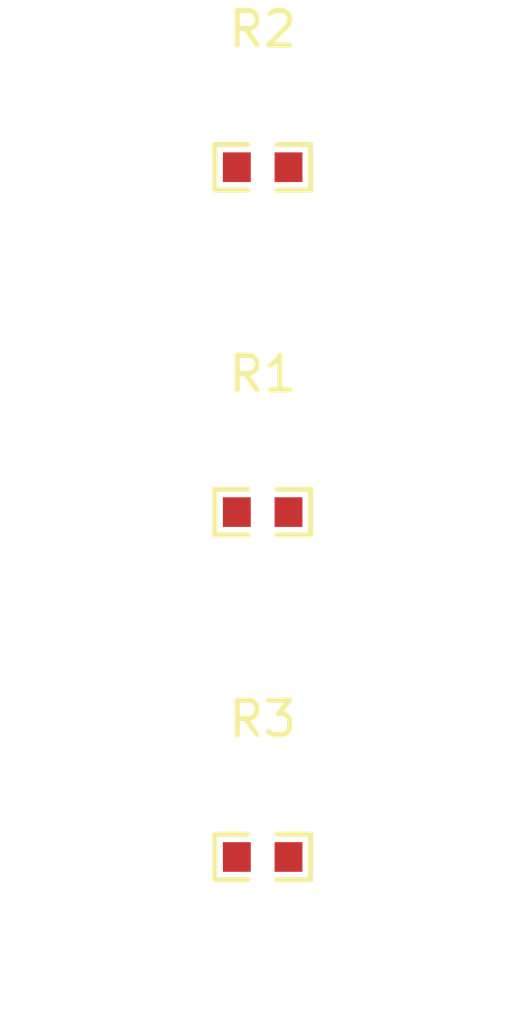
<source format=kicad_pcb>
(kicad_pcb (version 20241229) (generator "atopile") (generator_version "0.8.2")
  (layers (0 "F.Cu" signal) (31 "B.Cu" signal) (34 "B.Paste" user) (35 "F.Paste" user) (36 "B.SilkS" user "B.Silkscreen") (37 "F.SilkS" user "F.Silkscreen") (38 "B.Mask" user) (39 "F.Mask" user) (44 "Edge.Cuts" user))
  (net 0 "")
  (net 7 "hv")
  (net 8 "non_inverting_input")
  (net 9 "output")
  (net 10 "gnd")
  (footprint "UNI_ROYAL_0603WAF1002T5E:R0603" (layer "F.Cu") (at 0 0 0)
    (property "Reference" "R3" (at 0 -4 0) (layer "F.SilkS") (hide no))
    (property "Value" "10kΩ ±1% 100mW")
    (fp_line (start 0.43 0.66) (end 1.39 0.66) (stroke (width 0.15)) (layer "F.SilkS"))
    (fp_line (start 1.39 0.66) (end 1.39 -0.66) (stroke (width 0.15)) (layer "F.SilkS"))
    (fp_line (start 1.39 -0.66) (end 0.43 -0.66) (stroke (width 0.15)) (layer "F.SilkS"))
    (fp_line (start -0.43 0.66) (end -1.39 0.66) (stroke (width 0.15)) (layer "F.SilkS"))
    (fp_line (start -1.39 0.66) (end -1.39 -0.66) (stroke (width 0.15)) (layer "F.SilkS"))
    (fp_line (start -1.39 -0.66) (end -0.43 -0.66) (stroke (width 0.15)) (layer "F.SilkS"))
    (fp_text user "${REFERENCE}" (at 0 -4 0) (layer "F.SilkS"))
    (pad "2" smd rect (at 0.75 0 0) (size 0.81 0.86) (layers "F.Cu" "F.Paste" "F.Mask") (net 10 "gnd"))
    (pad "1" smd rect (at -0.75 0 0) (size 0.81 0.86) (layers "F.Cu" "F.Paste" "F.Mask") (net 8 "non_inverting_input"))
  )
  (footprint "UNI_ROYAL_0603WAF1002T5E:R0603" (layer "F.Cu") (at 0 -10 0)
    (property "Reference" "R1" (at 0 -4 0) (layer "F.SilkS") (hide no))
    (property "Value" "10kΩ ±1% 100mW")
    (fp_line (start 0.43 0.66) (end 1.39 0.66) (stroke (width 0.15)) (layer "F.SilkS"))
    (fp_line (start 1.39 0.66) (end 1.39 -0.66) (stroke (width 0.15)) (layer "F.SilkS"))
    (fp_line (start 1.39 -0.66) (end 0.43 -0.66) (stroke (width 0.15)) (layer "F.SilkS"))
    (fp_line (start -0.43 0.66) (end -1.39 0.66) (stroke (width 0.15)) (layer "F.SilkS"))
    (fp_line (start -1.39 0.66) (end -1.39 -0.66) (stroke (width 0.15)) (layer "F.SilkS"))
    (fp_line (start -1.39 -0.66) (end -0.43 -0.66) (stroke (width 0.15)) (layer "F.SilkS"))
    (fp_text user "${REFERENCE}" (at 0 -4 0) (layer "F.SilkS"))
    (pad "2" smd rect (at 0.75 0 0) (size 0.81 0.86) (layers "F.Cu" "F.Paste" "F.Mask") (net 9 "output"))
    (pad "1" smd rect (at -0.75 0 0) (size 0.81 0.86) (layers "F.Cu" "F.Paste" "F.Mask") (net 8 "non_inverting_input"))
  )
  (footprint "UNI_ROYAL_0603WAF1003T5E:R0603" (layer "F.Cu") (at 0 -20 0)
    (property "Reference" "R2" (at 0 -4 0) (layer "F.SilkS") (hide no))
    (property "Value" "100kΩ ±1% 100mW")
    (fp_line (start 0.43 0.66) (end 1.39 0.66) (stroke (width 0.15)) (layer "F.SilkS"))
    (fp_line (start 1.39 0.66) (end 1.39 -0.66) (stroke (width 0.15)) (layer "F.SilkS"))
    (fp_line (start 1.39 -0.66) (end 0.43 -0.66) (stroke (width 0.15)) (layer "F.SilkS"))
    (fp_line (start -0.43 0.66) (end -1.39 0.66) (stroke (width 0.15)) (layer "F.SilkS"))
    (fp_line (start -1.39 0.66) (end -1.39 -0.66) (stroke (width 0.15)) (layer "F.SilkS"))
    (fp_line (start -1.39 -0.66) (end -0.43 -0.66) (stroke (width 0.15)) (layer "F.SilkS"))
    (fp_text user "${REFERENCE}" (at 0 -4 0) (layer "F.SilkS"))
    (pad "2" smd rect (at 0.75 0 0) (size 0.81 0.86) (layers "F.Cu" "F.Paste" "F.Mask") (net 8 "non_inverting_input"))
    (pad "1" smd rect (at -0.75 0 0) (size 0.81 0.86) (layers "F.Cu" "F.Paste" "F.Mask") (net 7 "hv"))
  )
)
</source>
